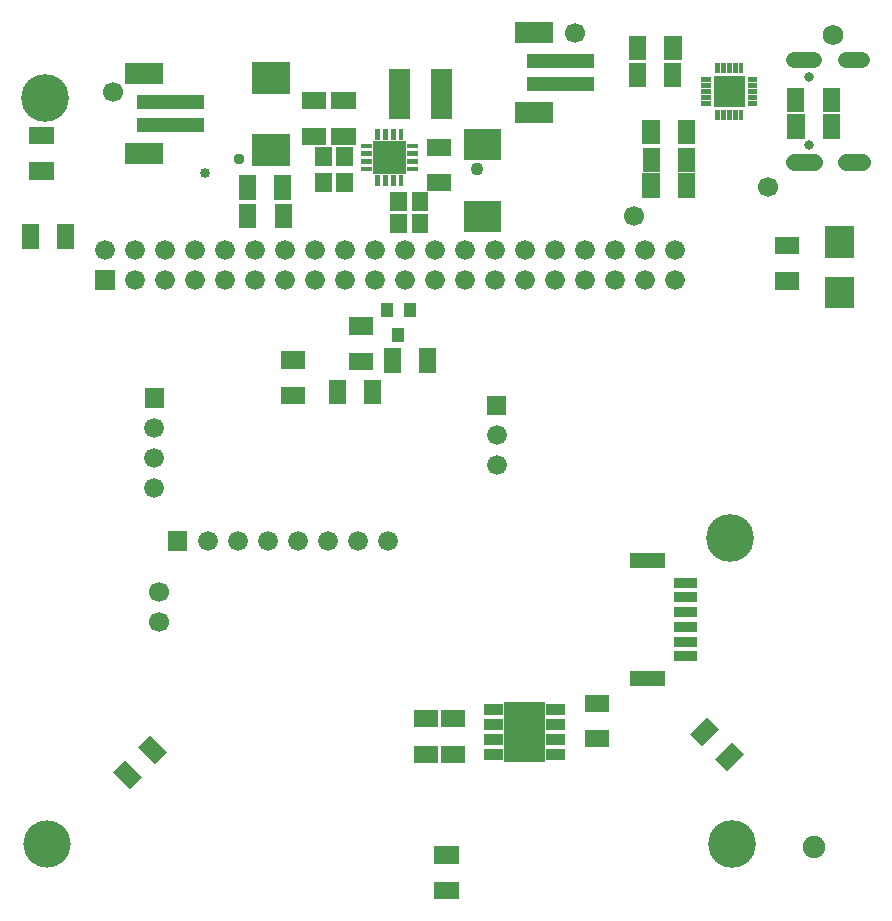
<source format=gbr>
G04 start of page 7 for group -4062 idx -4062 *
G04 Title: (unknown), soldermask *
G04 Creator: pcb 4.2.0 *
G04 CreationDate: Mon Mar  2 00:57:09 2020 UTC *
G04 For: blinken *
G04 Format: Gerber/RS-274X *
G04 PCB-Dimensions (mm): 90.16 90.16 *
G04 PCB-Coordinate-Origin: lower left *
%MOMM*%
%FSLAX43Y43*%
%LNBOTTOMMASK*%
%ADD83C,1.408*%
%ADD82C,1.358*%
%ADD81C,0.950*%
%ADD80C,4.000*%
%ADD79C,1.100*%
%ADD78C,1.700*%
%ADD77C,1.750*%
%ADD76C,1.900*%
%ADD75C,4.050*%
%ADD74C,0.002*%
%ADD73C,0.800*%
%ADD72C,0.850*%
%ADD71C,0.702*%
%ADD70C,1.676*%
G54D70*X26110Y66370D03*
X28650D03*
X31190D03*
X26110Y68910D03*
X28650D03*
X31190D03*
X33730D03*
X36270D03*
X38810D03*
X33730Y66370D03*
X36270D03*
X38810D03*
X41350D03*
G54D71*X37460Y76760D03*
G54D72*X38260Y77560D03*
G54D71*X36660D03*
G54D73*X72950Y77790D03*
Y83570D03*
G54D71*X38260Y75960D03*
X36660D03*
G54D70*X18490Y66370D03*
Y68910D03*
X21030Y66370D03*
Y68910D03*
G54D74*G36*
X12572Y67208D02*Y65532D01*
X14248D01*
Y67208D01*
X12572D01*
G37*
G54D70*X13410Y68910D03*
X15950Y66370D03*
Y68910D03*
X23570Y66370D03*
Y68910D03*
G54D74*G36*
X16730Y57253D02*Y55577D01*
X18407D01*
Y57253D01*
X16730D01*
G37*
G54D70*X17568Y53875D03*
Y51335D03*
Y48795D03*
X41350Y68910D03*
X43890Y66370D03*
X46430D03*
X48970D03*
G54D74*G36*
X45700Y56600D02*Y54924D01*
X47376D01*
Y56600D01*
X45700D01*
G37*
G54D70*X46538Y53222D03*
Y50682D03*
X43890Y68910D03*
X46430D03*
X48970D03*
X51510D03*
X54050D03*
X56590D03*
X51510Y66370D03*
X54050D03*
X56590D03*
X59130D03*
Y68910D03*
X61670D03*
Y66370D03*
G54D74*G36*
X18692Y45138D02*Y43462D01*
X20368D01*
Y45138D01*
X18692D01*
G37*
G54D70*X22070Y44300D03*
X24610D03*
X27150D03*
X29690D03*
X32230D03*
X34770D03*
X37310D03*
G54D75*X66500Y18660D03*
G54D76*X73439Y18373D03*
G54D77*X75020Y87110D03*
G54D78*X69540Y74300D03*
X53169Y87281D03*
G54D75*X66340Y44520D03*
G54D78*X58146Y71766D03*
G54D79*X44860Y75783D03*
G54D80*X8500Y18660D03*
G54D78*X17980Y40010D03*
X17940Y37420D03*
G54D75*X8317Y81827D03*
G54D78*X14100Y82260D03*
G54D72*X21853Y75462D03*
G54D81*X24733Y76649D03*
G54D74*G36*
X48086Y81454D02*Y79646D01*
X51294D01*
Y81454D01*
X48086D01*
G37*
G36*
Y88254D02*Y86446D01*
X51294D01*
Y88254D01*
X48086D01*
G37*
G36*
X49086Y85554D02*Y84346D01*
X54794D01*
Y85554D01*
X49086D01*
G37*
G36*
Y83554D02*Y82346D01*
X54794D01*
Y83554D01*
X49086D01*
G37*
G36*
X43754Y79211D02*Y76557D01*
X46908D01*
Y79211D01*
X43754D01*
G37*
G36*
X41427Y60600D02*X39975D01*
Y58548D01*
X41427D01*
Y60600D01*
G37*
G36*
X38427D02*X36975D01*
Y58548D01*
X38427D01*
Y60600D01*
G37*
G36*
X36774Y57901D02*X35321D01*
Y55849D01*
X36774D01*
Y57901D01*
G37*
G36*
X37730Y64419D02*X36714D01*
Y63251D01*
X37730D01*
Y64419D01*
G37*
G36*
X39711D02*X38695D01*
Y63251D01*
X39711D01*
Y64419D01*
G37*
G36*
X38720Y62336D02*X37704D01*
Y61168D01*
X38720D01*
Y62336D01*
G37*
G36*
X34019Y63218D02*Y61766D01*
X36071D01*
Y63218D01*
X34019D01*
G37*
G36*
Y60219D02*Y58766D01*
X36071D01*
Y60219D01*
X34019D01*
G37*
G36*
X33774Y57901D02*X32322D01*
Y55849D01*
X33774D01*
Y57901D01*
G37*
G36*
X28278Y57344D02*Y55892D01*
X30330D01*
Y57344D01*
X28278D01*
G37*
G36*
Y60344D02*Y58891D01*
X30330D01*
Y60344D01*
X28278D01*
G37*
G36*
X39178Y84246D02*X37424D01*
Y79992D01*
X39178D01*
Y84246D01*
G37*
G36*
X42778D02*X41024D01*
Y79992D01*
X42778D01*
Y84246D01*
G37*
G36*
X30040Y82292D02*Y80840D01*
X32092D01*
Y82292D01*
X30040D01*
G37*
G36*
Y79292D02*Y77840D01*
X32092D01*
Y79292D01*
X30040D01*
G37*
G36*
X32554Y82285D02*Y80832D01*
X34606D01*
Y82285D01*
X32554D01*
G37*
G36*
Y79285D02*Y77832D01*
X34606D01*
Y79285D01*
X32554D01*
G37*
G36*
X43754Y73111D02*Y70457D01*
X46908D01*
Y73111D01*
X43754D01*
G37*
G36*
X38951Y73801D02*X37549D01*
Y72199D01*
X38951D01*
Y73801D01*
G37*
G36*
X40751D02*X39349D01*
Y72199D01*
X40751D01*
Y73801D01*
G37*
G36*
X40617Y78345D02*Y76893D01*
X42670D01*
Y78345D01*
X40617D01*
G37*
G36*
Y75346D02*Y73893D01*
X42670D01*
Y75346D01*
X40617D01*
G37*
G36*
X32620Y77665D02*X31167D01*
Y76013D01*
X32620D01*
Y77665D01*
G37*
G36*
X34419D02*X32967D01*
Y76013D01*
X34419D01*
Y77665D01*
G37*
G36*
X34423Y75481D02*X32971D01*
Y73828D01*
X34423D01*
Y75481D01*
G37*
G36*
X32623D02*X31171D01*
Y73828D01*
X32623D01*
Y75481D01*
G37*
G36*
X15101Y25735D02*X14074Y24708D01*
X15526Y23257D01*
X16552Y24284D01*
X15101Y25735D01*
G37*
G36*
X17222Y27856D02*X16196Y26829D01*
X17647Y25378D01*
X18674Y26405D01*
X17222Y27856D01*
G37*
G36*
X50647Y30697D02*X47193D01*
Y25543D01*
X50647D01*
Y30697D01*
G37*
G36*
X45493Y26717D02*Y25713D01*
X47097D01*
Y26717D01*
X45493D01*
G37*
G36*
Y27987D02*Y26983D01*
X47097D01*
Y27987D01*
X45493D01*
G37*
G36*
Y29257D02*Y28253D01*
X47097D01*
Y29257D01*
X45493D01*
G37*
G36*
Y30527D02*Y29523D01*
X47097D01*
Y30527D01*
X45493D01*
G37*
G36*
X50743Y26717D02*Y25713D01*
X52347D01*
Y26717D01*
X50743D01*
G37*
G36*
Y27987D02*Y26983D01*
X52347D01*
Y27987D01*
X50743D01*
G37*
G36*
X54012Y28276D02*Y26824D01*
X56065D01*
Y28276D01*
X54012D01*
G37*
G36*
X50743Y29257D02*Y28253D01*
X52347D01*
Y29257D01*
X50743D01*
G37*
G36*
Y30527D02*Y29523D01*
X52347D01*
Y30527D01*
X50743D01*
G37*
G36*
X54012Y31276D02*Y29823D01*
X56065D01*
Y31276D01*
X54012D01*
G37*
G36*
X39528Y29959D02*Y28506D01*
X41580D01*
Y29959D01*
X39528D01*
G37*
G36*
Y26959D02*Y25507D01*
X41580D01*
Y26959D01*
X39528D01*
G37*
G36*
X41812Y29955D02*Y28502D01*
X43864D01*
Y29955D01*
X41812D01*
G37*
G36*
Y26955D02*Y25503D01*
X43864D01*
Y26955D01*
X41812D01*
G37*
G36*
X60332Y79947D02*X58880D01*
Y77895D01*
X60332D01*
Y79947D01*
G37*
G36*
X59206Y87057D02*X57754D01*
Y85004D01*
X59206D01*
Y87057D01*
G37*
G36*
X59190Y84736D02*X57737D01*
Y82684D01*
X59190D01*
Y84736D01*
G37*
G36*
X60334Y75404D02*X58882D01*
Y73351D01*
X60334D01*
Y75404D01*
G37*
G36*
X60350Y77583D02*X58897D01*
Y75531D01*
X60350D01*
Y77583D01*
G37*
G36*
X57826Y33294D02*Y32040D01*
X60780D01*
Y33294D01*
X57826D01*
G37*
G36*
Y43244D02*Y41990D01*
X60780D01*
Y43244D01*
X57826D01*
G37*
G36*
X62206Y87057D02*X60753D01*
Y85004D01*
X62206D01*
Y87057D01*
G37*
G36*
X62189Y84736D02*X60737D01*
Y82684D01*
X62189D01*
Y84736D01*
G37*
G36*
X63334Y75404D02*X61882D01*
Y73351D01*
X63334D01*
Y75404D01*
G37*
G36*
X63350Y77583D02*X61897D01*
Y75531D01*
X63350D01*
Y77583D01*
G37*
G36*
X63332Y79947D02*X61880D01*
Y77895D01*
X63332D01*
Y79947D01*
G37*
G36*
X65383Y28376D02*X64356Y29403D01*
X62905Y27952D01*
X63932Y26925D01*
X65383Y28376D01*
G37*
G36*
X67504Y26254D02*X66477Y27281D01*
X65026Y25830D01*
X66053Y24803D01*
X67504Y26254D01*
G37*
G36*
X61526Y34944D02*Y34090D01*
X63480D01*
Y34944D01*
X61526D01*
G37*
G36*
Y36194D02*Y35340D01*
X63480D01*
Y36194D01*
X61526D01*
G37*
G36*
Y37444D02*Y36590D01*
X63480D01*
Y37444D01*
X61526D01*
G37*
G36*
Y38694D02*Y37840D01*
X63480D01*
Y38694D01*
X61526D01*
G37*
G36*
Y39944D02*Y39090D01*
X63480D01*
Y39944D01*
X61526D01*
G37*
G36*
Y41194D02*Y40340D01*
X63480D01*
Y41194D01*
X61526D01*
G37*
G36*
X25871Y84819D02*Y82165D01*
X29025D01*
Y84819D01*
X25871D01*
G37*
G36*
X35060Y77935D02*Y77535D01*
X35960D01*
Y77935D01*
X35060D01*
G37*
G36*
Y77285D02*Y76885D01*
X35960D01*
Y77285D01*
X35060D01*
G37*
G36*
Y76635D02*Y76235D01*
X35960D01*
Y76635D01*
X35060D01*
G37*
G36*
Y75985D02*Y75585D01*
X35960D01*
Y75985D01*
X35060D01*
G37*
G36*
X38960D02*Y75585D01*
X39860D01*
Y75985D01*
X38960D01*
G37*
G36*
Y76635D02*Y76235D01*
X39860D01*
Y76635D01*
X38960D01*
G37*
G36*
Y77285D02*Y76885D01*
X39860D01*
Y77285D01*
X38960D01*
G37*
G36*
X40741Y72001D02*X39339D01*
Y70399D01*
X40741D01*
Y72001D01*
G37*
G36*
X38941D02*X37539D01*
Y70399D01*
X38941D01*
Y72001D01*
G37*
G36*
X36685Y75260D02*X36285D01*
Y74360D01*
X36685D01*
Y75260D01*
G37*
G36*
X37335D02*X36935D01*
Y74360D01*
X37335D01*
Y75260D01*
G37*
G36*
X37985D02*X37585D01*
Y74360D01*
X37985D01*
Y75260D01*
G37*
G36*
X38635D02*X38235D01*
Y74360D01*
X38635D01*
Y75260D01*
G37*
G36*
X36058Y78162D02*Y75358D01*
X38862D01*
Y78162D01*
X36058D01*
G37*
G36*
X38960Y77935D02*Y77535D01*
X39860D01*
Y77935D01*
X38960D01*
G37*
G36*
X38635Y79160D02*X38235D01*
Y78260D01*
X38635D01*
Y79160D01*
G37*
G36*
X37985D02*X37585D01*
Y78260D01*
X37985D01*
Y79160D01*
G37*
G36*
X37335D02*X36935D01*
Y78260D01*
X37335D01*
Y79160D01*
G37*
G36*
X36685D02*X36285D01*
Y78260D01*
X36685D01*
Y79160D01*
G37*
G36*
X29200Y72857D02*X27748D01*
Y70805D01*
X29200D01*
Y72857D01*
G37*
G36*
X26200D02*X24748D01*
Y70805D01*
X26200D01*
Y72857D01*
G37*
G36*
X29170Y75233D02*X27717D01*
Y73180D01*
X29170D01*
Y75233D01*
G37*
G36*
X26170D02*X24718D01*
Y73180D01*
X26170D01*
Y75233D01*
G37*
G36*
X25871Y78719D02*Y76065D01*
X29025D01*
Y78719D01*
X25871D01*
G37*
G36*
X6987Y79338D02*Y77886D01*
X9040D01*
Y79338D01*
X6987D01*
G37*
G36*
Y76338D02*Y74886D01*
X9040D01*
Y76338D01*
X6987D01*
G37*
G36*
X15085Y77987D02*Y76179D01*
X18293D01*
Y77987D01*
X15085D01*
G37*
G36*
X16085Y82087D02*Y80879D01*
X21793D01*
Y82087D01*
X16085D01*
G37*
G36*
Y80087D02*Y78879D01*
X21793D01*
Y80087D01*
X16085D01*
G37*
G36*
X15085Y84787D02*Y82979D01*
X18293D01*
Y84787D01*
X15085D01*
G37*
G36*
X7773Y71103D02*X6321D01*
Y69051D01*
X7773D01*
Y71103D01*
G37*
G36*
X10773D02*X9321D01*
Y69051D01*
X10773D01*
Y71103D01*
G37*
G36*
X67442Y80790D02*X67039D01*
Y79958D01*
X67442D01*
Y80790D01*
G37*
G36*
X66942D02*X66539D01*
Y79958D01*
X66942D01*
Y80790D01*
G37*
G36*
X66442D02*X66039D01*
Y79958D01*
X66442D01*
Y80790D01*
G37*
G36*
X65941D02*X65539D01*
Y79958D01*
X65941D01*
Y80790D01*
G37*
G36*
X65441D02*X65038D01*
Y79958D01*
X65441D01*
Y80790D01*
G37*
G36*
X63858Y81541D02*Y81138D01*
X64690D01*
Y81541D01*
X63858D01*
G37*
G36*
Y82041D02*Y81639D01*
X64690D01*
Y82041D01*
X63858D01*
G37*
G36*
Y82542D02*Y82139D01*
X64690D01*
Y82542D01*
X63858D01*
G37*
G36*
Y83042D02*Y82639D01*
X64690D01*
Y83042D01*
X63858D01*
G37*
G36*
Y83542D02*Y83139D01*
X64690D01*
Y83542D01*
X63858D01*
G37*
G36*
X64939Y82392D02*Y81039D01*
X66292D01*
Y82392D01*
X64939D01*
G37*
G36*
X66189D02*Y81039D01*
X67541D01*
Y82392D01*
X66189D01*
G37*
G36*
Y83641D02*Y82289D01*
X67541D01*
Y83641D01*
X66189D01*
G37*
G36*
X64939D02*Y82289D01*
X66292D01*
Y83641D01*
X64939D01*
G37*
G36*
X65441Y84722D02*X65038D01*
Y83890D01*
X65441D01*
Y84722D01*
G37*
G36*
X65941D02*X65539D01*
Y83890D01*
X65941D01*
Y84722D01*
G37*
G36*
X66442D02*X66039D01*
Y83890D01*
X66442D01*
Y84722D01*
G37*
G36*
X66942D02*X66539D01*
Y83890D01*
X66942D01*
Y84722D01*
G37*
G36*
X67442D02*X67039D01*
Y83890D01*
X67442D01*
Y84722D01*
G37*
G36*
X70094Y67026D02*Y65574D01*
X72146D01*
Y67026D01*
X70094D01*
G37*
G36*
Y70026D02*Y68574D01*
X72146D01*
Y70026D01*
X70094D01*
G37*
G54D82*X76100Y85040D02*X77500D01*
X71750D02*X73440D01*
G54D74*G36*
X67790Y83542D02*Y83139D01*
X68622D01*
Y83542D01*
X67790D01*
G37*
G36*
Y83042D02*Y82639D01*
X68622D01*
Y83042D01*
X67790D01*
G37*
G36*
Y82542D02*Y82139D01*
X68622D01*
Y82542D01*
X67790D01*
G37*
G36*
Y82041D02*Y81639D01*
X68622D01*
Y82041D01*
X67790D01*
G37*
G36*
Y81541D02*Y81138D01*
X68622D01*
Y81541D01*
X67790D01*
G37*
G36*
X75600Y82650D02*X74148D01*
Y80597D01*
X75600D01*
Y82650D01*
G37*
G36*
X72600D02*X71148D01*
Y80597D01*
X72600D01*
Y82650D01*
G37*
G54D83*X71750Y76390D02*X73440D01*
G54D74*G36*
X75609Y80398D02*X74157D01*
Y78345D01*
X75609D01*
Y80398D01*
G37*
G54D83*X76100Y76390D02*X77500D01*
G54D74*G36*
X72609Y80398D02*X71157D01*
Y78345D01*
X72609D01*
Y80398D01*
G37*
G36*
X76835Y66635D02*X74385D01*
Y63985D01*
X76835D01*
Y66635D01*
G37*
G36*
Y70935D02*X74385D01*
Y68285D01*
X76835D01*
Y70935D01*
G37*
G36*
X41269Y18425D02*Y16972D01*
X43321D01*
Y18425D01*
X41269D01*
G37*
G36*
Y15425D02*Y13972D01*
X43321D01*
Y15425D01*
X41269D01*
G37*
M02*

</source>
